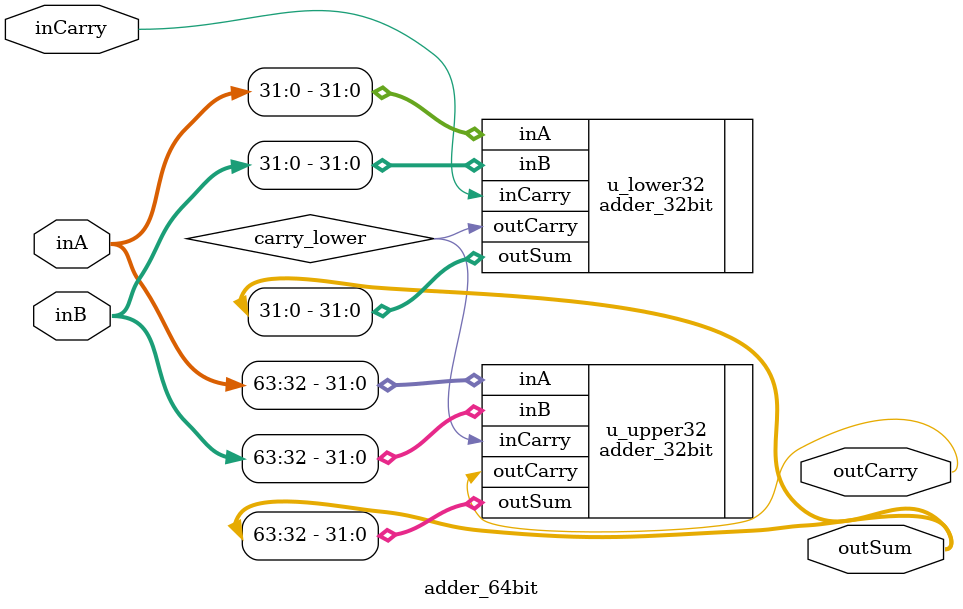
<source format=sv>

module adder_64bit (
    input  logic [63:0] inA,      // 64-bit input A
    input  logic [63:0] inB,      // 64-bit input B
    input  logic        inCarry,  // Initial carry-in
    output logic [63:0] outSum,   // 64-bit sum output
    output logic        outCarry  // Final carry-out
);
    // Internal carry signal between the two 32-bit adders
    logic carry_lower;

    // Lower 32-bit adder (bits 31:0)
    adder_32bit u_lower32 (
        .inA(inA[31:0]),
        .inB(inB[31:0]),
        .inCarry(inCarry),
        .outSum(outSum[31:0]),
        .outCarry(carry_lower)
    );

    // Upper 32-bit adder (bits 63:32)
    adder_32bit u_upper32 (
        .inA(inA[63:32]),
        .inB(inB[63:32]),
        .inCarry(carry_lower),
        .outSum(outSum[63:32]),
        .outCarry(outCarry)
    );

endmodule
</source>
